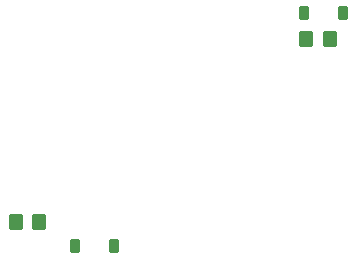
<source format=gtp>
G04 #@! TF.GenerationSoftware,KiCad,Pcbnew,8.0.5*
G04 #@! TF.CreationDate,2024-11-24T11:21:00+01:00*
G04 #@! TF.ProjectId,kicks,6b69636b-732e-46b6-9963-61645f706362,rev?*
G04 #@! TF.SameCoordinates,Original*
G04 #@! TF.FileFunction,Paste,Top*
G04 #@! TF.FilePolarity,Positive*
%FSLAX46Y46*%
G04 Gerber Fmt 4.6, Leading zero omitted, Abs format (unit mm)*
G04 Created by KiCad (PCBNEW 8.0.5) date 2024-11-24 11:21:00*
%MOMM*%
%LPD*%
G01*
G04 APERTURE LIST*
G04 Aperture macros list*
%AMRoundRect*
0 Rectangle with rounded corners*
0 $1 Rounding radius*
0 $2 $3 $4 $5 $6 $7 $8 $9 X,Y pos of 4 corners*
0 Add a 4 corners polygon primitive as box body*
4,1,4,$2,$3,$4,$5,$6,$7,$8,$9,$2,$3,0*
0 Add four circle primitives for the rounded corners*
1,1,$1+$1,$2,$3*
1,1,$1+$1,$4,$5*
1,1,$1+$1,$6,$7*
1,1,$1+$1,$8,$9*
0 Add four rect primitives between the rounded corners*
20,1,$1+$1,$2,$3,$4,$5,0*
20,1,$1+$1,$4,$5,$6,$7,0*
20,1,$1+$1,$6,$7,$8,$9,0*
20,1,$1+$1,$8,$9,$2,$3,0*%
G04 Aperture macros list end*
%ADD10RoundRect,0.225000X0.225000X0.375000X-0.225000X0.375000X-0.225000X-0.375000X0.225000X-0.375000X0*%
%ADD11RoundRect,0.225000X-0.225000X-0.375000X0.225000X-0.375000X0.225000X0.375000X-0.225000X0.375000X0*%
%ADD12RoundRect,0.250000X0.350000X0.450000X-0.350000X0.450000X-0.350000X-0.450000X0.350000X-0.450000X0*%
G04 APERTURE END LIST*
D10*
X62250000Y-71300000D03*
X58950000Y-71300000D03*
D11*
X78350000Y-51600000D03*
X81650000Y-51600000D03*
D12*
X80500000Y-53800000D03*
X78500000Y-53800000D03*
X55900000Y-69300000D03*
X53900000Y-69300000D03*
M02*

</source>
